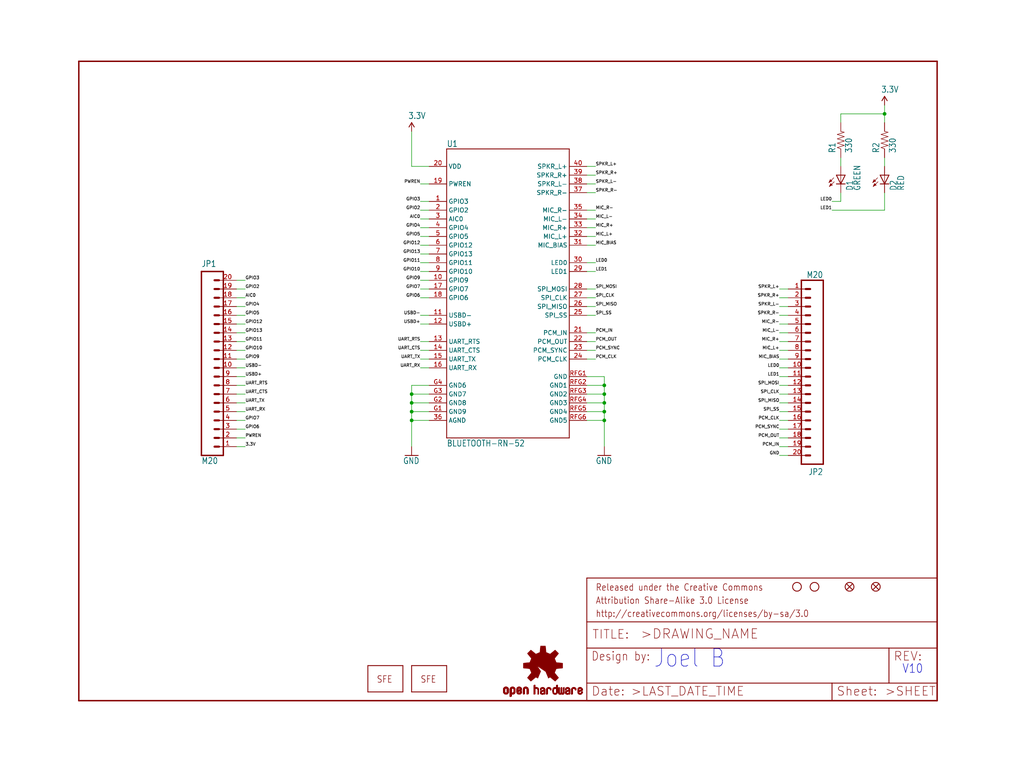
<source format=kicad_sch>
(kicad_sch (version 20211123) (generator eeschema)
  (paper "User" 297.002 223.926)
  (lib_symbols
    (symbol "eagleSchem-eagle-import:3.3V" (power)
      (property "Value" "3.3V" (at -1.016 3.556 0))
      (symbol "3.3V_1_0"
        (pin power_in line (at 0 0 90) (length 2.54) (name "3.3V") (number "1"))
      )
    )
    (symbol "eagleSchem-eagle-import:BLUETOOTH-RN-52"
      (property "Value" "BLUETOOTH-RN-52" (at -17.78 -45.72 0))
      (symbol "BLUETOOTH-RN-52_1_0"
        (pin bidirectional line (at -22.86 25.4 0) (length 5.08) (name "GPIO3") (number "1"))
        (pin bidirectional line (at -22.86 2.54 0) (length 5.08) (name "GPIO9") (number "10"))
        (pin bidirectional line (at -22.86 -7.62 0) (length 5.08) (name "USBD-") (number "11"))
        (pin bidirectional line (at -22.86 -10.16 0) (length 5.08) (name "USBD+") (number "12"))
        (pin bidirectional line (at -22.86 -15.24 0) (length 5.08) (name "UART_RTS") (number "13"))
        (pin bidirectional line (at -22.86 -17.78 0) (length 5.08) (name "UART_CTS") (number "14"))
        (pin bidirectional line (at -22.86 -20.32 0) (length 5.08) (name "UART_TX") (number "15"))
        (pin bidirectional line (at -22.86 -22.86 0) (length 5.08) (name "UART_RX") (number "16"))
        (pin bidirectional line (at -22.86 0 0) (length 5.08) (name "GPIO7") (number "17"))
        (pin bidirectional line (at -22.86 -2.54 0) (length 5.08) (name "GPIO6") (number "18"))
        (pin bidirectional line (at -22.86 30.48 0) (length 5.08) (name "PWREN") (number "19"))
        (pin bidirectional line (at -22.86 22.86 0) (length 5.08) (name "GPIO2") (number "2"))
        (pin bidirectional line (at -22.86 35.56 0) (length 5.08) (name "VDD") (number "20"))
        (pin bidirectional line (at 22.86 -12.7 180) (length 5.08) (name "PCM_IN") (number "21"))
        (pin bidirectional line (at 22.86 -15.24 180) (length 5.08) (name "PCM_OUT") (number "22"))
        (pin bidirectional line (at 22.86 -17.78 180) (length 5.08) (name "PCM_SYNC") (number "23"))
        (pin bidirectional line (at 22.86 -20.32 180) (length 5.08) (name "PCM_CLK") (number "24"))
        (pin bidirectional line (at 22.86 -7.62 180) (length 5.08) (name "SPI_SS") (number "25"))
        (pin bidirectional line (at 22.86 -5.08 180) (length 5.08) (name "SPI_MISO") (number "26"))
        (pin bidirectional line (at 22.86 -2.54 180) (length 5.08) (name "SPI_CLK") (number "27"))
        (pin bidirectional line (at 22.86 0 180) (length 5.08) (name "SPI_MOSI") (number "28"))
        (pin bidirectional line (at 22.86 5.08 180) (length 5.08) (name "LED1") (number "29"))
        (pin bidirectional line (at -22.86 20.32 0) (length 5.08) (name "AIC0") (number "3"))
        (pin bidirectional line (at 22.86 7.62 180) (length 5.08) (name "LED0") (number "30"))
        (pin bidirectional line (at 22.86 12.7 180) (length 5.08) (name "MIC_BIAS") (number "31"))
        (pin bidirectional line (at 22.86 15.24 180) (length 5.08) (name "MIC_L+") (number "32"))
        (pin bidirectional line (at 22.86 17.78 180) (length 5.08) (name "MIC_R+") (number "33"))
        (pin bidirectional line (at 22.86 20.32 180) (length 5.08) (name "MIC_L-") (number "34"))
        (pin bidirectional line (at 22.86 22.86 180) (length 5.08) (name "MIC_R-") (number "35"))
        (pin bidirectional line (at -22.86 -38.1 0) (length 5.08) (name "AGND") (number "36"))
        (pin bidirectional line (at 22.86 27.94 180) (length 5.08) (name "SPKR_R-") (number "37"))
        (pin bidirectional line (at 22.86 30.48 180) (length 5.08) (name "SPKR_L-") (number "38"))
        (pin bidirectional line (at 22.86 33.02 180) (length 5.08) (name "SPKR_R+") (number "39"))
        (pin bidirectional line (at -22.86 17.78 0) (length 5.08) (name "GPIO4") (number "4"))
        (pin bidirectional line (at 22.86 35.56 180) (length 5.08) (name "SPKR_L+") (number "40"))
        (pin bidirectional line (at -22.86 15.24 0) (length 5.08) (name "GPIO5") (number "5"))
        (pin bidirectional line (at -22.86 12.7 0) (length 5.08) (name "GPIO12") (number "6"))
        (pin bidirectional line (at -22.86 10.16 0) (length 5.08) (name "GPIO13") (number "7"))
        (pin bidirectional line (at -22.86 7.62 0) (length 5.08) (name "GPIO11") (number "8"))
        (pin bidirectional line (at -22.86 5.08 0) (length 5.08) (name "GPIO10") (number "9"))
        (pin bidirectional line (at -22.86 -35.56 0) (length 5.08) (name "GND9") (number "G1"))
        (pin bidirectional line (at -22.86 -33.02 0) (length 5.08) (name "GND8") (number "G2"))
        (pin bidirectional line (at -22.86 -30.48 0) (length 5.08) (name "GND7") (number "G3"))
        (pin bidirectional line (at -22.86 -27.94 0) (length 5.08) (name "GND6") (number "G4"))
        (pin bidirectional line (at 22.86 -25.4 180) (length 5.08) (name "GND") (number "RFG1"))
        (pin bidirectional line (at 22.86 -27.94 180) (length 5.08) (name "GND1") (number "RFG2"))
        (pin bidirectional line (at 22.86 -30.48 180) (length 5.08) (name "GND2") (number "RFG3"))
        (pin bidirectional line (at 22.86 -33.02 180) (length 5.08) (name "GND3") (number "RFG4"))
        (pin bidirectional line (at 22.86 -35.56 180) (length 5.08) (name "GND4") (number "RFG5"))
        (pin bidirectional line (at 22.86 -38.1 180) (length 5.08) (name "GND5") (number "RFG6"))
      )
    )
    (symbol "eagleSchem-eagle-import:FIDUCIAL1X2")
    (symbol "eagleSchem-eagle-import:FRAME-LETTER"
      (symbol "FRAME-LETTER_2_0"
        (text ">DRAWING_NAME" (at 15.494 17.78 0) (effects (font (size 2.7432 2.7432)) (justify left bottom)))
        (text ">LAST_DATE_TIME" (at 12.7 1.27 0) (effects (font (size 2.54 2.54)) (justify left bottom)))
        (text ">SHEET" (at 86.36 1.27 0) (effects (font (size 2.54 2.54)) (justify left bottom)))
        (text "Attribution Share-Alike 3.0 License" (at 2.54 27.94 0) (effects (font (size 1.9304 1.6408)) (justify left bottom)))
        (text "Date:" (at 1.27 1.27 0) (effects (font (size 2.54 2.54)) (justify left bottom)))
        (text "Design by:" (at 1.27 11.43 0) (effects (font (size 2.54 2.159)) (justify left bottom)))
        (text "http://creativecommons.org/licenses/by-sa/3.0" (at 2.54 24.13 0) (effects (font (size 1.9304 1.6408)) (justify left bottom)))
        (text "Released under the Creative Commons" (at 2.54 31.75 0) (effects (font (size 1.9304 1.6408)) (justify left bottom)))
        (text "REV:" (at 88.9 11.43 0) (effects (font (size 2.54 2.54)) (justify left bottom)))
        (text "Sheet:" (at 72.39 1.27 0) (effects (font (size 2.54 2.54)) (justify left bottom)))
        (text "TITLE:" (at 1.524 17.78 0) (effects (font (size 2.54 2.54)) (justify left bottom)))
      )
    )
    (symbol "eagleSchem-eagle-import:GND" (power)
      (property "Value" "GND" (at -2.54 -2.54 0))
      (symbol "GND_1_0"
        (pin power_in line (at 0 2.54 270) (length 2.54) (name "GND") (number "1"))
      )
    )
    (symbol "eagleSchem-eagle-import:LED-GREEN0603"
      (property "Reference" "D" (at 3.556 -4.572 90))
      (property "Value" "LED-GREEN0603" (at 5.715 -4.572 90))
      (symbol "LED-GREEN0603_1_0"
        (pin passive line (at 0 2.54 270) (length 2.54) (name "A") (number "A"))
        (pin passive line (at 0 -5.08 90) (length 2.54) (name "C") (number "C"))
      )
    )
    (symbol "eagleSchem-eagle-import:LED-RED0603"
      (property "Reference" "D" (at 3.556 -4.572 90))
      (property "Value" "LED-RED0603" (at 5.715 -4.572 90))
      (symbol "LED-RED0603_1_0"
        (pin passive line (at 0 2.54 270) (length 2.54) (name "A") (number "A"))
        (pin passive line (at 0 -5.08 90) (length 2.54) (name "C") (number "C"))
      )
    )
    (symbol "eagleSchem-eagle-import:LOGO-SFENEW"
      (symbol "LOGO-SFENEW_1_0"
        (text "SFE" (at 0 0 0) (effects (font (size 1.9304 1.6408)) (justify left bottom)))
      )
    )
    (symbol "eagleSchem-eagle-import:LOGO-SFENW2"
      (symbol "LOGO-SFENW2_1_0"
        (text "SFE" (at 0 0 0) (effects (font (size 1.9304 1.6408)) (justify left bottom)))
      )
    )
    (symbol "eagleSchem-eagle-import:M20"
      (property "Reference" "JP" (at 0 57.15 0))
      (property "Value" "M20" (at 0 0 0))
      (symbol "M20_1_0"
        (pin passive line (at 10.16 5.08 180) (length 5.08) (name "1") (number "1"))
        (pin passive line (at 10.16 27.94 180) (length 5.08) (name "10") (number "10"))
        (pin passive line (at 10.16 30.48 180) (length 5.08) (name "11") (number "11"))
        (pin passive line (at 10.16 33.02 180) (length 5.08) (name "12") (number "12"))
        (pin passive line (at 10.16 35.56 180) (length 5.08) (name "13") (number "13"))
        (pin passive line (at 10.16 38.1 180) (length 5.08) (name "14") (number "14"))
        (pin passive line (at 10.16 40.64 180) (length 5.08) (name "15") (number "15"))
        (pin passive line (at 10.16 43.18 180) (length 5.08) (name "16") (number "16"))
        (pin passive line (at 10.16 45.72 180) (length 5.08) (name "17") (number "17"))
        (pin passive line (at 10.16 48.26 180) (length 5.08) (name "18") (number "18"))
        (pin passive line (at 10.16 50.8 180) (length 5.08) (name "19") (number "19"))
        (pin passive line (at 10.16 7.62 180) (length 5.08) (name "2") (number "2"))
        (pin passive line (at 10.16 53.34 180) (length 5.08) (name "20") (number "20"))
        (pin passive line (at 10.16 10.16 180) (length 5.08) (name "3") (number "3"))
        (pin passive line (at 10.16 12.7 180) (length 5.08) (name "4") (number "4"))
        (pin passive line (at 10.16 15.24 180) (length 5.08) (name "5") (number "5"))
        (pin passive line (at 10.16 17.78 180) (length 5.08) (name "6") (number "6"))
        (pin passive line (at 10.16 20.32 180) (length 5.08) (name "7") (number "7"))
        (pin passive line (at 10.16 22.86 180) (length 5.08) (name "8") (number "8"))
        (pin passive line (at 10.16 25.4 180) (length 5.08) (name "9") (number "9"))
      )
    )
    (symbol "eagleSchem-eagle-import:OSHW-LOGOS")
    (symbol "eagleSchem-eagle-import:RESISTOR0603-RES"
      (property "Reference" "R" (at -3.81 1.4986 0))
      (property "Value" "RESISTOR0603-RES" (at -3.81 -3.302 0))
      (symbol "RESISTOR0603-RES_1_0"
        (pin passive line (at -5.08 0 0) (length 2.54) (name "1") (number "1"))
        (pin passive line (at 5.08 0 180) (length 2.54) (name "2") (number "2"))
      )
    )
    (symbol "eagleSchem-eagle-import:STAND-OFF")
  )
  (junction (at 119.38 121.92))
  (junction (at 175.26 121.92))
  (junction (at 175.26 111.76))
  (junction (at 175.26 114.3))
  (junction (at 119.38 114.3))
  (junction (at 175.26 119.38))
  (junction (at 256.54 33.02))
  (junction (at 119.38 116.84))
  (junction (at 175.26 116.84))
  (junction (at 119.38 119.38))
  (wire (pts (xy 175.26 111.76) (xy 175.26 114.3)))
  (wire (pts (xy 124.46 106.68) (xy 121.92 106.68)))
  (wire (pts (xy 170.18 99.06) (xy 172.72 99.06)))
  (wire (pts (xy 124.46 53.34) (xy 121.92 53.34)))
  (wire (pts (xy 119.38 119.38) (xy 119.38 121.92)))
  (wire (pts (xy 228.6 93.98) (xy 226.06 93.98)))
  (wire (pts (xy 68.58 119.38) (xy 71.12 119.38)))
  (wire (pts (xy 170.18 50.8) (xy 172.72 50.8)))
  (wire (pts (xy 243.84 58.42) (xy 241.3 58.42)))
  (wire (pts (xy 119.38 121.92) (xy 119.38 129.54)))
  (wire (pts (xy 228.6 121.92) (xy 226.06 121.92)))
  (wire (pts (xy 170.18 109.22) (xy 175.26 109.22)))
  (wire (pts (xy 228.6 116.84) (xy 226.06 116.84)))
  (wire (pts (xy 228.6 119.38) (xy 226.06 119.38)))
  (wire (pts (xy 170.18 119.38) (xy 175.26 119.38)))
  (wire (pts (xy 124.46 86.36) (xy 121.92 86.36)))
  (wire (pts (xy 119.38 114.3) (xy 119.38 116.84)))
  (wire (pts (xy 175.26 114.3) (xy 175.26 116.84)))
  (wire (pts (xy 170.18 96.52) (xy 172.72 96.52)))
  (wire (pts (xy 124.46 91.44) (xy 121.92 91.44)))
  (wire (pts (xy 124.46 119.38) (xy 119.38 119.38)))
  (wire (pts (xy 68.58 104.14) (xy 71.12 104.14)))
  (wire (pts (xy 119.38 111.76) (xy 119.38 114.3)))
  (wire (pts (xy 68.58 124.46) (xy 71.12 124.46)))
  (wire (pts (xy 170.18 121.92) (xy 175.26 121.92)))
  (wire (pts (xy 124.46 76.2) (xy 121.92 76.2)))
  (wire (pts (xy 68.58 127) (xy 71.12 127)))
  (wire (pts (xy 170.18 101.6) (xy 172.72 101.6)))
  (wire (pts (xy 170.18 63.5) (xy 172.72 63.5)))
  (wire (pts (xy 124.46 81.28) (xy 121.92 81.28)))
  (wire (pts (xy 228.6 106.68) (xy 226.06 106.68)))
  (wire (pts (xy 119.38 48.26) (xy 119.38 38.1)))
  (wire (pts (xy 170.18 114.3) (xy 175.26 114.3)))
  (wire (pts (xy 124.46 114.3) (xy 119.38 114.3)))
  (wire (pts (xy 170.18 68.58) (xy 172.72 68.58)))
  (wire (pts (xy 124.46 78.74) (xy 121.92 78.74)))
  (wire (pts (xy 124.46 83.82) (xy 121.92 83.82)))
  (wire (pts (xy 228.6 124.46) (xy 226.06 124.46)))
  (wire (pts (xy 170.18 60.96) (xy 172.72 60.96)))
  (wire (pts (xy 124.46 63.5) (xy 121.92 63.5)))
  (wire (pts (xy 170.18 78.74) (xy 172.72 78.74)))
  (wire (pts (xy 228.6 101.6) (xy 226.06 101.6)))
  (wire (pts (xy 256.54 60.96) (xy 241.3 60.96)))
  (wire (pts (xy 68.58 114.3) (xy 71.12 114.3)))
  (wire (pts (xy 256.54 48.26) (xy 256.54 45.72)))
  (wire (pts (xy 170.18 83.82) (xy 172.72 83.82)))
  (wire (pts (xy 256.54 55.88) (xy 256.54 60.96)))
  (wire (pts (xy 228.6 99.06) (xy 226.06 99.06)))
  (wire (pts (xy 228.6 91.44) (xy 226.06 91.44)))
  (wire (pts (xy 228.6 96.52) (xy 226.06 96.52)))
  (wire (pts (xy 68.58 121.92) (xy 71.12 121.92)))
  (wire (pts (xy 228.6 127) (xy 226.06 127)))
  (wire (pts (xy 228.6 129.54) (xy 226.06 129.54)))
  (wire (pts (xy 68.58 81.28) (xy 71.12 81.28)))
  (wire (pts (xy 228.6 109.22) (xy 226.06 109.22)))
  (wire (pts (xy 170.18 48.26) (xy 172.72 48.26)))
  (wire (pts (xy 124.46 101.6) (xy 121.92 101.6)))
  (wire (pts (xy 68.58 99.06) (xy 71.12 99.06)))
  (wire (pts (xy 170.18 104.14) (xy 172.72 104.14)))
  (wire (pts (xy 243.84 33.02) (xy 256.54 33.02)))
  (wire (pts (xy 243.84 35.56) (xy 243.84 33.02)))
  (wire (pts (xy 228.6 111.76) (xy 226.06 111.76)))
  (wire (pts (xy 228.6 88.9) (xy 226.06 88.9)))
  (wire (pts (xy 68.58 129.54) (xy 71.12 129.54)))
  (wire (pts (xy 228.6 83.82) (xy 226.06 83.82)))
  (wire (pts (xy 68.58 96.52) (xy 71.12 96.52)))
  (wire (pts (xy 68.58 111.76) (xy 71.12 111.76)))
  (wire (pts (xy 124.46 93.98) (xy 121.92 93.98)))
  (wire (pts (xy 228.6 132.08) (xy 226.06 132.08)))
  (wire (pts (xy 170.18 88.9) (xy 172.72 88.9)))
  (wire (pts (xy 170.18 111.76) (xy 175.26 111.76)))
  (wire (pts (xy 68.58 88.9) (xy 71.12 88.9)))
  (wire (pts (xy 170.18 86.36) (xy 172.72 86.36)))
  (wire (pts (xy 68.58 83.82) (xy 71.12 83.82)))
  (wire (pts (xy 124.46 111.76) (xy 119.38 111.76)))
  (wire (pts (xy 68.58 109.22) (xy 71.12 109.22)))
  (wire (pts (xy 175.26 116.84) (xy 175.26 119.38)))
  (wire (pts (xy 124.46 58.42) (xy 121.92 58.42)))
  (wire (pts (xy 170.18 55.88) (xy 172.72 55.88)))
  (wire (pts (xy 124.46 60.96) (xy 121.92 60.96)))
  (wire (pts (xy 170.18 66.04) (xy 172.72 66.04)))
  (wire (pts (xy 68.58 91.44) (xy 71.12 91.44)))
  (wire (pts (xy 124.46 68.58) (xy 121.92 68.58)))
  (wire (pts (xy 170.18 71.12) (xy 172.72 71.12)))
  (wire (pts (xy 256.54 33.02) (xy 256.54 30.48)))
  (wire (pts (xy 170.18 53.34) (xy 172.72 53.34)))
  (wire (pts (xy 68.58 93.98) (xy 71.12 93.98)))
  (wire (pts (xy 175.26 109.22) (xy 175.26 111.76)))
  (wire (pts (xy 175.26 121.92) (xy 175.26 129.54)))
  (wire (pts (xy 228.6 86.36) (xy 226.06 86.36)))
  (wire (pts (xy 124.46 99.06) (xy 121.92 99.06)))
  (wire (pts (xy 124.46 48.26) (xy 119.38 48.26)))
  (wire (pts (xy 243.84 48.26) (xy 243.84 45.72)))
  (wire (pts (xy 124.46 71.12) (xy 121.92 71.12)))
  (wire (pts (xy 119.38 116.84) (xy 119.38 119.38)))
  (wire (pts (xy 228.6 114.3) (xy 226.06 114.3)))
  (wire (pts (xy 228.6 104.14) (xy 226.06 104.14)))
  (wire (pts (xy 124.46 104.14) (xy 121.92 104.14)))
  (wire (pts (xy 170.18 116.84) (xy 175.26 116.84)))
  (wire (pts (xy 124.46 121.92) (xy 119.38 121.92)))
  (wire (pts (xy 175.26 119.38) (xy 175.26 121.92)))
  (wire (pts (xy 170.18 76.2) (xy 172.72 76.2)))
  (wire (pts (xy 170.18 91.44) (xy 172.72 91.44)))
  (wire (pts (xy 124.46 116.84) (xy 119.38 116.84)))
  (wire (pts (xy 256.54 33.02) (xy 256.54 35.56)))
  (wire (pts (xy 68.58 116.84) (xy 71.12 116.84)))
  (wire (pts (xy 68.58 86.36) (xy 71.12 86.36)))
  (wire (pts (xy 124.46 66.04) (xy 121.92 66.04)))
  (wire (pts (xy 124.46 73.66) (xy 121.92 73.66)))
  (wire (pts (xy 243.84 55.88) (xy 243.84 58.42)))
  (wire (pts (xy 68.58 101.6) (xy 71.12 101.6)))
  (wire (pts (xy 68.58 106.68) (xy 71.12 106.68)))
  (text "V10" (at 261.62 195.58 180) (effects (font (size 2.54 2.159)) (justify left bottom)))
  (text "Joel B" (at 189.484 194.056 180) (effects (font (size 5.08 4.318)) (justify left bottom)))
  (label "PCM_IN" (at 172.72 96.52 0) (effects (font (size 0.889 0.889))))
  (label "GPIO10" (at 71.12 101.6 0) (effects (font (size 0.889 0.889))))
  (label "SPI_MOSI" (at 226.06 111.76 180) (effects (font (size 0.889 0.889))))
  (label "MIC_BIAS" (at 226.06 104.14 180) (effects (font (size 0.889 0.889))))
  (label "SPI_SS" (at 172.72 91.44 0) (effects (font (size 0.889 0.889))))
  (label "SPI_CLK" (at 226.06 114.3 180) (effects (font (size 0.889 0.889))))
  (label "PCM_IN" (at 226.06 129.54 180) (effects (font (size 0.889 0.889))))
  (label "GPIO12" (at 121.92 71.12 180) (effects (font (size 0.889 0.889))))
  (label "PCM_OUT" (at 226.06 127 180) (effects (font (size 0.889 0.889))))
  (label "MIC_L+" (at 226.06 101.6 180) (effects (font (size 0.889 0.889))))
  (label "GPIO6" (at 121.92 86.36 180) (effects (font (size 0.889 0.889))))
  (label "USBD+" (at 121.92 93.98 180) (effects (font (size 0.889 0.889))))
  (label "GPIO7" (at 121.92 83.82 180) (effects (font (size 0.889 0.889))))
  (label "UART_TX" (at 121.92 104.14 180) (effects (font (size 0.889 0.889))))
  (label "GPIO2" (at 121.92 60.96 180) (effects (font (size 0.889 0.889))))
  (label "GPIO9" (at 71.12 104.14 0) (effects (font (size 0.889 0.889))))
  (label "GND" (at 226.06 132.08 180) (effects (font (size 0.889 0.889))))
  (label "GPIO4" (at 71.12 88.9 0) (effects (font (size 0.889 0.889))))
  (label "SPKR_R-" (at 172.72 55.88 0) (effects (font (size 0.889 0.889))))
  (label "SPKR_L+" (at 172.72 48.26 0) (effects (font (size 0.889 0.889))))
  (label "SPKR_R-" (at 226.06 91.44 180) (effects (font (size 0.889 0.889))))
  (label "LED0" (at 226.06 106.68 180) (effects (font (size 0.889 0.889))))
  (label "GPIO10" (at 121.92 78.74 180) (effects (font (size 0.889 0.889))))
  (label "LED0" (at 172.72 76.2 0) (effects (font (size 0.889 0.889))))
  (label "SPKR_L+" (at 226.06 83.82 180) (effects (font (size 0.889 0.889))))
  (label "USBD-" (at 121.92 91.44 180) (effects (font (size 0.889 0.889))))
  (label "UART_CTS" (at 121.92 101.6 180) (effects (font (size 0.889 0.889))))
  (label "GPIO2" (at 71.12 83.82 0) (effects (font (size 0.889 0.889))))
  (label "UART_RX" (at 121.92 106.68 180) (effects (font (size 0.889 0.889))))
  (label "MIC_BIAS" (at 172.72 71.12 0) (effects (font (size 0.889 0.889))))
  (label "PCM_SYNC" (at 226.06 124.46 180) (effects (font (size 0.889 0.889))))
  (label "PCM_SYNC" (at 172.72 101.6 0) (effects (font (size 0.889 0.889))))
  (label "GPIO7" (at 71.12 121.92 0) (effects (font (size 0.889 0.889))))
  (label "GPIO12" (at 71.12 93.98 0) (effects (font (size 0.889 0.889))))
  (label "LED0" (at 241.3 58.42 180) (effects (font (size 0.889 0.889))))
  (label "SPI_MISO" (at 172.72 88.9 0) (effects (font (size 0.889 0.889))))
  (label "UART_RX" (at 71.12 119.38 0) (effects (font (size 0.889 0.889))))
  (label "USBD-" (at 71.12 106.68 0) (effects (font (size 0.889 0.889))))
  (label "GPIO9" (at 121.92 81.28 180) (effects (font (size 0.889 0.889))))
  (label "SPKR_L-" (at 172.72 53.34 0) (effects (font (size 0.889 0.889))))
  (label "PCM_OUT" (at 172.72 99.06 0) (effects (font (size 0.889 0.889))))
  (label "GPIO11" (at 71.12 99.06 0) (effects (font (size 0.889 0.889))))
  (label "MIC_R+" (at 226.06 99.06 180) (effects (font (size 0.889 0.889))))
  (label "SPKR_L-" (at 226.06 88.9 180) (effects (font (size 0.889 0.889))))
  (label "UART_TX" (at 71.12 116.84 0) (effects (font (size 0.889 0.889))))
  (label "UART_CTS" (at 71.12 114.3 0) (effects (font (size 0.889 0.889))))
  (label "AIC0" (at 71.12 86.36 0) (effects (font (size 0.889 0.889))))
  (label "GPIO11" (at 121.92 76.2 180) (effects (font (size 0.889 0.889))))
  (label "SPI_SS" (at 226.06 119.38 180) (effects (font (size 0.889 0.889))))
  (label "SPI_MOSI" (at 172.72 83.82 0) (effects (font (size 0.889 0.889))))
  (label "USBD+" (at 71.12 109.22 0) (effects (font (size 0.889 0.889))))
  (label "SPI_MISO" (at 226.06 116.84 180) (effects (font (size 0.889 0.889))))
  (label "GPIO3" (at 121.92 58.42 180) (effects (font (size 0.889 0.889))))
  (label "SPI_CLK" (at 172.72 86.36 0) (effects (font (size 0.889 0.889))))
  (label "PCM_CLK" (at 226.06 121.92 180) (effects (font (size 0.889 0.889))))
  (label "PWREN" (at 121.92 53.34 180) (effects (font (size 0.889 0.889))))
  (label "MIC_L-" (at 226.06 96.52 180) (effects (font (size 0.889 0.889))))
  (label "3.3V" (at 71.12 129.54 0) (effects (font (size 0.889 0.889))))
  (label "GPIO5" (at 71.12 91.44 0) (effects (font (size 0.889 0.889))))
  (label "MIC_L+" (at 172.72 68.58 0) (effects (font (size 0.889 0.889))))
  (label "MIC_R-" (at 172.72 60.96 0) (effects (font (size 0.889 0.889))))
  (label "AIC0" (at 121.92 63.5 180) (effects (font (size 0.889 0.889))))
  (label "GPIO13" (at 121.92 73.66 180) (effects (font (size 0.889 0.889))))
  (label "MIC_L-" (at 172.72 63.5 0) (effects (font (size 0.889 0.889))))
  (label "PCM_CLK" (at 172.72 104.14 0) (effects (font (size 0.889 0.889))))
  (label "GPIO3" (at 71.12 81.28 0) (effects (font (size 0.889 0.889))))
  (label "LED1" (at 241.3 60.96 180) (effects (font (size 0.889 0.889))))
  (label "LED1" (at 226.06 109.22 180) (effects (font (size 0.889 0.889))))
  (label "SPKR_R+" (at 226.06 86.36 180) (effects (font (size 0.889 0.889))))
  (label "SPKR_R+" (at 172.72 50.8 0) (effects (font (size 0.889 0.889))))
  (label "GPIO4" (at 121.92 66.04 180) (effects (font (size 0.889 0.889))))
  (label "MIC_R-" (at 226.06 93.98 180) (effects (font (size 0.889 0.889))))
  (label "UART_RTS" (at 71.12 111.76 0) (effects (font (size 0.889 0.889))))
  (label "UART_RTS" (at 121.92 99.06 180) (effects (font (size 0.889 0.889))))
  (label "GPIO13" (at 71.12 96.52 0) (effects (font (size 0.889 0.889))))
  (label "PWREN" (at 71.12 127 0) (effects (font (size 0.889 0.889))))
  (label "GPIO5" (at 121.92 68.58 180) (effects (font (size 0.889 0.889))))
  (label "LED1" (at 172.72 78.74 0) (effects (font (size 0.889 0.889))))
  (label "GPIO6" (at 71.12 124.46 0) (effects (font (size 0.889 0.889))))
  (label "MIC_R+" (at 172.72 66.04 0) (effects (font (size 0.889 0.889))))
  (symbol (lib_id "eagleSchem-eagle-import:FRAME-LETTER") (at 170.18 203.2 0) (unit 2)
    (property "Reference" "FRAME1" (effects hide))
    (property "Value" "FRAME-LETTER" (effects hide))
    (property "Footprint" "eagleSchem:CREATIVE_COMMONS" (effects hide))
  )
  (symbol (lib_id "eagleSchem-eagle-import:RESISTOR0603-RES") (at 256.54 40.64 90) (unit 1)
    (property "Reference" "R2" (at 255.0414 44.45 0) (effects (font (size 1.778 1.5113)) (justify left bottom)))
    (property "Value" "330" (at 259.842 44.45 0) (effects (font (size 1.778 1.5113)) (justify left bottom)))
    (property "Footprint" "eagleSchem:0603-RES" (effects hide))
  )
  (symbol (lib_id "eagleSchem-eagle-import:FRAME-LETTER") (at 22.86 203.2 0) (unit 1)
    (property "Reference" "FRAME1" (effects hide))
    (property "Value" "FRAME-LETTER" (effects hide))
    (property "Footprint" "eagleSchem:CREATIVE_COMMONS" (effects hide))
  )
  (symbol (lib_id "eagleSchem-eagle-import:FIDUCIAL1X2") (at 254 170.18 0) (unit 1)
    (property "Reference" "FID2" (effects hide))
    (property "Value" "FIDUCIAL1X2" (effects hide))
    (property "Footprint" "eagleSchem:FIDUCIAL-1X2" (effects hide))
  )
  (symbol (lib_id "eagleSchem-eagle-import:3.3V") (at 119.38 38.1 0) (unit 1)
    (property "Reference" "#SUPPLY1" (effects hide))
    (property "Value" "3.3V" (at 118.364 34.544 0) (effects (font (size 1.778 1.5113)) (justify left bottom)))
    (property "Footprint" "eagleSchem:" (effects hide))
  )
  (symbol (lib_id "eagleSchem-eagle-import:LED-GREEN0603") (at 243.84 50.8 0) (unit 1)
    (property "Reference" "D1" (at 247.396 55.372 90) (effects (font (size 1.778 1.5113)) (justify left bottom)))
    (property "Value" "GREEN" (at 249.555 55.372 90) (effects (font (size 1.778 1.5113)) (justify left bottom)))
    (property "Footprint" "eagleSchem:LED-0603" (effects hide))
  )
  (symbol (lib_id "eagleSchem-eagle-import:GND") (at 175.26 132.08 0) (unit 1)
    (property "Reference" "#GND1" (effects hide))
    (property "Value" "GND" (at 172.72 134.62 0) (effects (font (size 1.778 1.5113)) (justify left bottom)))
    (property "Footprint" "eagleSchem:" (effects hide))
  )
  (symbol (lib_id "eagleSchem-eagle-import:FIDUCIAL1X2") (at 246.38 170.18 0) (unit 1)
    (property "Reference" "FID1" (effects hide))
    (property "Value" "FIDUCIAL1X2" (effects hide))
    (property "Footprint" "eagleSchem:FIDUCIAL-1X2" (effects hide))
  )
  (symbol (lib_id "eagleSchem-eagle-import:OSHW-LOGOS") (at 157.48 193.04 0) (unit 1)
    (property "Reference" "LOGO1" (effects hide))
    (property "Value" "OSHW-LOGOS" (effects hide))
    (property "Footprint" "eagleSchem:OSHW-LOGO-S" (effects hide))
  )
  (symbol (lib_id "eagleSchem-eagle-import:3.3V") (at 256.54 30.48 0) (unit 1)
    (property "Reference" "#SUPPLY2" (effects hide))
    (property "Value" "3.3V" (at 255.524 26.924 0) (effects (font (size 1.778 1.5113)) (justify left bottom)))
    (property "Footprint" "eagleSchem:" (effects hide))
  )
  (symbol (lib_id "eagleSchem-eagle-import:M20") (at 238.76 78.74 180) (unit 1)
    (property "Reference" "JP2" (at 238.76 135.89 0) (effects (font (size 1.778 1.5113)) (justify left bottom)))
    (property "Value" "M20" (at 238.76 78.74 0) (effects (font (size 1.778 1.5113)) (justify left bottom)))
    (property "Footprint" "eagleSchem:1X20" (effects hide))
  )
  (symbol (lib_id "eagleSchem-eagle-import:M20") (at 58.42 134.62 0) (unit 1)
    (property "Reference" "JP1" (at 58.42 77.47 0) (effects (font (size 1.778 1.5113)) (justify left bottom)))
    (property "Value" "M20" (at 58.42 134.62 0) (effects (font (size 1.778 1.5113)) (justify left bottom)))
    (property "Footprint" "eagleSchem:1X20" (effects hide))
  )
  (symbol (lib_id "eagleSchem-eagle-import:STAND-OFF") (at 236.22 170.18 0) (unit 1)
    (property "Reference" "STANDOFF2" (effects hide))
    (property "Value" "STAND-OFF" (effects hide))
    (property "Footprint" "eagleSchem:STAND-OFF" (effects hide))
  )
  (symbol (lib_id "eagleSchem-eagle-import:LED-RED0603") (at 256.54 50.8 0) (unit 1)
    (property "Reference" "D2" (at 260.096 55.372 90) (effects (font (size 1.778 1.5113)) (justify left bottom)))
    (property "Value" "RED" (at 262.255 55.372 90) (effects (font (size 1.778 1.5113)) (justify left bottom)))
    (property "Footprint" "eagleSchem:LED-0603" (effects hide))
  )
  (symbol (lib_id "eagleSchem-eagle-import:LOGO-SFENEW") (at 121.92 198.12 0) (unit 1)
    (property "Reference" "LOGO3" (effects hide))
    (property "Value" "LOGO-SFENEW" (effects hide))
    (property "Footprint" "eagleSchem:SFE-NEW-WEBLOGO" (effects hide))
  )
  (symbol (lib_id "eagleSchem-eagle-import:GND") (at 119.38 132.08 0) (unit 1)
    (property "Reference" "#GND2" (effects hide))
    (property "Value" "GND" (at 116.84 134.62 0) (effects (font (size 1.778 1.5113)) (justify left bottom)))
    (property "Footprint" "eagleSchem:" (effects hide))
  )
  (symbol (lib_id "eagleSchem-eagle-import:STAND-OFF") (at 231.14 170.18 0) (unit 1)
    (property "Reference" "STANDOFF1" (effects hide))
    (property "Value" "STAND-OFF" (effects hide))
    (property "Footprint" "eagleSchem:STAND-OFF" (effects hide))
  )
  (symbol (lib_id "eagleSchem-eagle-import:RESISTOR0603-RES") (at 243.84 40.64 90) (unit 1)
    (property "Reference" "R1" (at 242.3414 44.45 0) (effects (font (size 1.778 1.5113)) (justify left bottom)))
    (property "Value" "330" (at 247.142 44.45 0) (effects (font (size 1.778 1.5113)) (justify left bottom)))
    (property "Footprint" "eagleSchem:0603-RES" (effects hide))
  )
  (symbol (lib_id "eagleSchem-eagle-import:BLUETOOTH-RN-52") (at 147.32 83.82 0) (unit 1)
    (property "Reference" "U1" (at 129.54 42.672 0) (effects (font (size 1.778 1.5113)) (justify left bottom)))
    (property "Value" "BLUETOOTH-RN-52" (at 129.54 129.54 0) (effects (font (size 1.778 1.5113)) (justify left bottom)))
    (property "Footprint" "eagleSchem:RN-52" (effects hide))
  )
  (symbol (lib_id "eagleSchem-eagle-import:LOGO-SFENW2") (at 109.22 198.12 0) (unit 1)
    (property "Reference" "LOGO4" (effects hide))
    (property "Value" "LOGO-SFENW2" (effects hide))
    (property "Footprint" "eagleSchem:SFE-NEW-WEB" (effects hide))
  )
)
</source>
